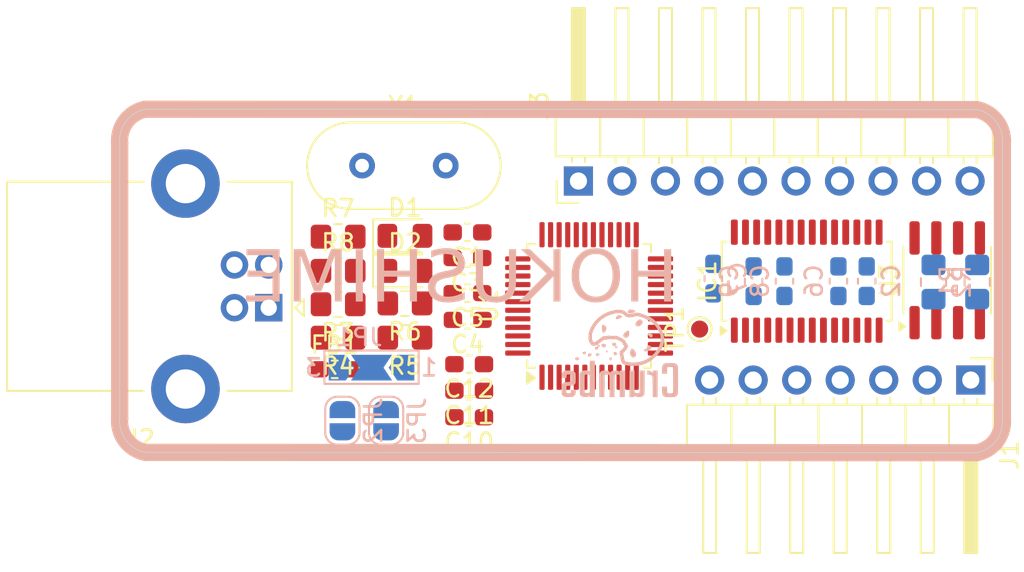
<source format=kicad_pcb>
(kicad_pcb (version 20240108) (generator "pcbnew") (generator_version "8.0")
  (layers (0 "F.Cu" signal) (31 "B.Cu" signal) (34 "B.Paste" user) (35 "F.Paste" user) (36 "B.SilkS" user "B.Silkscreen") (37 "F.SilkS" user "F.Silkscreen") (38 "B.Mask" user) (39 "F.Mask" user) (44 "Edge.Cuts" user))
  (net 0 "")
  (net 1 "GND")
  (net 2 "Net-(U1-XTIN)")
  (net 3 "Net-(IC1-C1-)")
  (net 4 "Net-(IC1-C1+)")
  (net 5 "Net-(U1-XTOUT)")
  (net 7 "Net-(U1-AVCC)")
  (net 8 "Net-(U1-3V3OUT)")
  (net 9 "+5V")
  (net 10 "Net-(IC1-V+)")
  (net 11 "Net-(IC1-C2-)")
  (net 12 "Net-(IC1-C2+)")
  (net 13 "Net-(IC1-V-)")
  (net 14 "Net-(D1-K)")
  (net 15 "Net-(D2-K)")
  (net 16 "VBUS")
  (net 17 "/RXD")
  (net 18 "/~{DTR}")
  (net 19 "/CONN2_CTS")
  (net 20 "/CONN2_RI")
  (net 21 "/CONN2_RTS")
  (net 22 "/~{RI}")
  (net 24 "/~{DCD}")
  (net 25 "/CONN2_DCD")
  (net 26 "/CONN2_DTR")
  (net 27 "/CONN2_TXD")
  (net 28 "/CONN2_RXD")
  (net 29 "/~{DSR}")
  (net 30 "/~{SLEEP}")
  (net 31 "/TXD")
  (net 32 "/~{CTS}")
  (net 33 "/CONN2_DSR")
  (net 34 "/~{RTS}")
  (net 35 "Net-(IC1-~{STATUS})")
  (net 37 "Net-(J1-Pin_7)")
  (net 38 "/USBD-")
  (net 39 "/USBD+")
  (net 40 "/CONN2_SHIELD")
  (net 41 "/CONN2_GND")
  (net 42 "Net-(JP1-C)")
  (net 43 "/93C66_DO")
  (net 44 "/93C66_DI")
  (net 45 "Net-(U1-USBDM)")
  (net 46 "Net-(U1-USBDP)")
  (net 47 "Net-(U1-~{RSTOUT})")
  (net 48 "Net-(U1-~{TXLED})")
  (net 49 "Net-(U1-~{RXLED})")
  (net 50 "/93C66_SCLK")
  (net 51 "/93C66_CS")
  (footprint "LED_SMD:LED_0805_2012Metric_Pad1.15x1.40mm_HandSolder" (layer "F.Cu") (at 125.15 89.4)
    (property "Reference" "D2" (at 0 -1.649998 0) (layer "F.SilkS"))
    (property "Value" "RX")
    (pad "1" smd roundrect (at -1.024998 -0.000001) (size 1.15 1.4) (layers "F.Cu" "F.Paste" "F.Mask") (roundrect_rratio 0.217391) (net 15 "Net-(D2-K)"))
    (pad "2" smd roundrect (at 1.024998 0.000001) (size 1.15 1.4) (layers "F.Cu" "F.Paste" "F.Mask") (roundrect_rratio 0.217391) (net 9 "+5V"))
  )
  (footprint "Connector_USB:USB_B_Lumberg_2411_02_Horizontal" (layer "F.Cu") (at 117.2 91.55 180)
    (property "Reference" "J2" (at 7.5 -7.65 180) (layer "F.SilkS"))
    (property "Value" "USB_B")
    (pad "1" thru_hole rect (at 0 0 270) (size 1.6 1.6) (drill 0.95) (layers "*.Cu" "*.Mask") (net 16 "VBUS"))
    (pad "2" thru_hole circle (at 0 2.5 270) (size 1.6 1.6) (drill 0.95) (layers "*.Cu" "*.Mask") (net 38 "/USBD-"))
    (pad "3" thru_hole circle (at 2 2.5 270) (size 1.6 1.6) (drill 0.95) (layers "*.Cu" "*.Mask") (net 39 "/USBD+"))
    (pad "4" thru_hole circle (at 2 0 270) (size 1.6 1.6) (drill 0.95) (layers "*.Cu" "*.Mask") (net 1 "GND"))
    (pad "5" thru_hole circle (at 4.86 -4.75 270) (size 4 4) (drill 2.3) (layers "*.Cu" "*.Mask") (net 1 "GND"))
    (pad "5" thru_hole circle (at 4.86 7.25 270) (size 4 4) (drill 2.3) (layers "*.Cu" "*.Mask") (net 1 "GND"))
  )
  (footprint "Resistor_SMD:R_0805_2012Metric_Pad1.20x1.40mm_HandSolder" (layer "F.Cu") (at 125.15 93.3 180)
    (property "Reference" "R5" (at 0 -1.649998 180) (layer "F.SilkS"))
    (property "Value" "470")
    (pad "1" smd roundrect (at -1 0 180) (size 1.2 1.4) (layers "F.Cu" "F.Paste" "F.Mask") (roundrect_rratio 0.208333) (net 7 "Net-(U1-AVCC)"))
    (pad "2" smd roundrect (at 1 0 180) (size 1.2 1.4) (layers "F.Cu" "F.Paste" "F.Mask") (roundrect_rratio 0.208333) (net 9 "+5V"))
  )
  (footprint "Crystal:Crystal_HC49-U_Vertical" (layer "F.Cu") (at 122.65 83.25)
    (property "Reference" "Y1" (at 2.44 -3.525 0) (layer "F.SilkS"))
    (property "Value" "6Mhz")
    (pad "1" thru_hole circle (at 0 0) (size 1.5 1.5) (drill 0.8) (layers "*.Cu" "*.Mask") (net 5 "Net-(U1-XTOUT)"))
    (pad "2" thru_hole circle (at 4.88 0) (size 1.5 1.5) (drill 0.8) (layers "*.Cu" "*.Mask") (net 2 "Net-(U1-XTIN)"))
  )
  (footprint "Connector_PinHeader_2.54mm:PinHeader_1x10_P2.54mm_Horizontal" (layer "F.Cu") (at 135.275 84.15 90)
    (property "Reference" "J3" (at 4.385 -2.270001 -90) (layer "F.SilkS"))
    (property "Value" "Conn2")
    (pad "1" thru_hole rect (at 0 0 90) (size 1.7 1.7) (drill 1) (layers "*.Cu" "*.Mask") (net 26 "/CONN2_DTR"))
    (pad "2" thru_hole oval (at -0.000001 2.540001 90) (size 1.7 1.7) (drill 1) (layers "*.Cu" "*.Mask") (net 27 "/CONN2_TXD"))
    (pad "3" thru_hole oval (at 0 5.08 90) (size 1.7 1.7) (drill 1) (layers "*.Cu" "*.Mask") (net 28 "/CONN2_RXD"))
    (pad "4" thru_hole oval (at 0 7.62 90) (size 1.7 1.7) (drill 1) (layers "*.Cu" "*.Mask") (net 33 "/CONN2_DSR"))
    (pad "5" thru_hole oval (at -0.000001 10.159999 90) (size 1.7 1.7) (drill 1) (layers "*.Cu" "*.Mask") (net 41 "/CONN2_GND"))
    (pad "6" thru_hole oval (at 0 12.699999 90) (size 1.7 1.7) (drill 1) (layers "*.Cu" "*.Mask") (net 25 "/CONN2_DCD"))
    (pad "7" thru_hole oval (at 0 15.24 90) (size 1.7 1.7) (drill 1) (layers "*.Cu" "*.Mask") (net 19 "/CONN2_CTS"))
    (pad "8" thru_hole oval (at 0 17.78 90) (size 1.7 1.7) (drill 1) (layers "*.Cu" "*.Mask") (net 21 "/CONN2_RTS"))
    (pad "9" thru_hole oval (at 0 20.32 90) (size 1.7 1.7) (drill 1) (layers "*.Cu" "*.Mask") (net 20 "/CONN2_RI"))
    (pad "10" thru_hole oval (at 0 22.859999 90) (size 1.7 1.7) (drill 1) (layers "*.Cu" "*.Mask") (net 40 "/CONN2_SHIELD"))
  )
  (footprint "Capacitor_SMD:C_0603_1608Metric_Pad1.08x0.95mm_HandSolder" (layer "F.Cu") (at 128.9 97.950001 180)
    (property "Reference" "C10" (at 0 -1.429998 180) (layer "F.SilkS"))
    (property "Value" "0.1uF")
    (pad "1" smd roundrect (at -0.8625 0 180) (size 1.075 0.95) (layers "F.Cu" "F.Paste" "F.Mask") (net 1 "GND"))
    (pad "2" smd roundrect (at 0.8625 0 180) (size 1.075 0.95) (layers "F.Cu" "F.Paste" "F.Mask") (net 9 "+5V"))
  )
  (footprint "Package_SO:TSSOP-28_4.4x9.7mm_P0.65mm" (layer "F.Cu") (at 148.6 90 90)
    (property "Reference" "IC1" (at 0 -5.8 -90) (layer "F.SilkS"))
    (property "Value" "SP3243EC/EB")
    (pad "1" smd roundrect (at -2.862501 -4.225 90) (size 1.475 0.4) (layers "F.Cu" "F.Paste" "F.Mask") (net 12 "Net-(IC1-C2+)"))
    (pad "2" smd roundrect (at -2.8625 -3.575 90) (size 1.475 0.4) (layers "F.Cu" "F.Paste" "F.Mask") (net 11 "Net-(IC1-C2-)"))
    (pad "3" smd roundrect (at -2.8625 -2.925 90) (size 1.475 0.4) (layers "F.Cu" "F.Paste" "F.Mask") (net 13 "Net-(IC1-V-)"))
    (pad "4" smd roundrect (at -2.8625 -2.275 90) (size 1.475 0.4) (layers "F.Cu" "F.Paste" "F.Mask") (net 28 "/CONN2_RXD"))
    (pad "5" smd roundrect (at -2.8625 -1.625 90) (size 1.475 0.4) (layers "F.Cu" "F.Paste" "F.Mask") (net 19 "/CONN2_CTS"))
    (pad "6" smd roundrect (at -2.862499 -0.975 90) (size 1.475 0.4) (layers "F.Cu" "F.Paste" "F.Mask") (net 33 "/CONN2_DSR"))
    (pad "7" smd roundrect (at -2.862499 -0.324999 90) (size 1.475 0.4) (layers "F.Cu" "F.Paste" "F.Mask") (net 25 "/CONN2_DCD"))
    (pad "8" smd roundrect (at -2.862499 0.324999 90) (size 1.475 0.4) (layers "F.Cu" "F.Paste" "F.Mask") (net 20 "/CONN2_RI"))
    (pad "9" smd roundrect (at -2.8625 0.975 90) (size 1.475 0.4) (layers "F.Cu" "F.Paste" "F.Mask") (net 27 "/CONN2_TXD"))
    (pad "10" smd roundrect (at -2.8625 1.624999 90) (size 1.475 0.4) (layers "F.Cu" "F.Paste" "F.Mask") (net 21 "/CONN2_RTS"))
    (pad "11" smd roundrect (at -2.862499 2.275001 90) (size 1.475 0.4) (layers "F.Cu" "F.Paste" "F.Mask") (net 26 "/CONN2_DTR"))
    (pad "12" smd roundrect (at -2.862504 2.924999 90) (size 1.475 0.4) (layers "F.Cu" "F.Paste" "F.Mask") (net 18 "/~{DTR}"))
    (pad "13" smd roundrect (at -2.8625 3.575 90) (size 1.475 0.4) (layers "F.Cu" "F.Paste" "F.Mask") (net 34 "/~{RTS}"))
    (pad "14" smd roundrect (at -2.8625 4.225 90) (size 1.475 0.4) (layers "F.Cu" "F.Paste" "F.Mask") (net 31 "/TXD"))
    (pad "15" smd roundrect (at 2.862501 4.225 90) (size 1.475 0.4) (layers "F.Cu" "F.Paste" "F.Mask") (net 22 "/~{RI}"))
    (pad "16" smd roundrect (at 2.8625 3.575 90) (size 1.475 0.4) (layers "F.Cu" "F.Paste" "F.Mask") (net 24 "/~{DCD}"))
    (pad "17" smd roundrect (at 2.8625 2.925 90) (size 1.475 0.4) (layers "F.Cu" "F.Paste" "F.Mask") (net 29 "/~{DSR}"))
    (pad "18" smd roundrect (at 2.8625 2.275 90) (size 1.475 0.4) (layers "F.Cu" "F.Paste" "F.Mask") (net 32 "/~{CTS}"))
    (pad "19" smd roundrect (at 2.8625 1.625 90) (size 1.475 0.4) (layers "F.Cu" "F.Paste" "F.Mask") (net 17 "/RXD"))
    (pad "20" smd roundrect (at 2.862499 0.975 90) (size 1.475 0.4) (layers "F.Cu" "F.Paste" "F.Mask"))
    (pad "21" smd roundrect (at 2.862499 0.324999 90) (size 1.475 0.4) (layers "F.Cu" "F.Paste" "F.Mask") (net 35 "Net-(IC1-~{STATUS})"))
    (pad "22" smd roundrect (at 2.862499 -0.324999 90) (size 1.475 0.4) (layers "F.Cu" "F.Paste" "F.Mask") (net 30 "/~{SLEEP}"))
    (pad "23" smd roundrect (at 2.8625 -0.975 90) (size 1.475 0.4) (layers "F.Cu" "F.Paste" "F.Mask") (net 1 "GND"))
    (pad "24" smd roundrect (at 2.8625 -1.624999 90) (size 1.475 0.4) (layers "F.Cu" "F.Paste" "F.Mask") (net 3 "Net-(IC1-C1-)"))
    (pad "25" smd roundrect (at 2.862499 -2.275001 90) (size 1.475 0.4) (layers "F.Cu" "F.Paste" "F.Mask") (net 1 "GND"))
    (pad "26" smd roundrect (at 2.862504 -2.924999 90) (size 1.475 0.4) (layers "F.Cu" "F.Paste" "F.Mask") (net 9 "+5V"))
    (pad "27" smd roundrect (at 2.8625 -3.575 90) (size 1.475 0.4) (layers "F.Cu" "F.Paste" "F.Mask") (net 10 "Net-(IC1-V+)"))
    (pad "28" smd roundrect (at 2.8625 -4.225 90) (size 1.475 0.4) (layers "F.Cu" "F.Paste" "F.Mask") (net 4 "Net-(IC1-C1+)"))
  )
  (footprint "Resistor_SMD:R_0805_2012Metric_Pad1.20x1.40mm_HandSolder" (layer "F.Cu") (at 121.25 89.4)
    (property "Reference" "R8" (at 0 -1.649998 0) (layer "F.SilkS"))
    (property "Value" "220")
    (pad "1" smd roundrect (at -1 0) (size 1.2 1.4) (layers "F.Cu" "F.Paste" "F.Mask") (roundrect_rratio 0.208333) (net 15 "Net-(D2-K)"))
    (pad "2" smd roundrect (at 1 0) (size 1.2 1.4) (layers "F.Cu" "F.Paste" "F.Mask") (roundrect_rratio 0.208333) (net 49 "Net-(U1-~{RXLED})"))
  )
  (footprint "Capacitor_SMD:C_0603_1608Metric_Pad1.08x0.95mm_HandSolder" (layer "F.Cu") (at 128.9 96.4 180)
    (property "Reference" "C11" (at 0 -1.429998 180) (layer "F.SilkS"))
    (property "Value" "10uF")
    (pad "1" smd roundrect (at -0.8625 0 180) (size 1.075 0.95) (layers "F.Cu" "F.Paste" "F.Mask") (net 9 "+5V"))
    (pad "2" smd roundrect (at 0.8625 0 180) (size 1.075 0.95) (layers "F.Cu" "F.Paste" "F.Mask") (net 1 "GND"))
  )
  (footprint "Resistor_SMD:R_0805_2012Metric_Pad1.20x1.40mm_HandSolder" (layer "F.Cu") (at 121.25 91.35 180)
    (property "Reference" "R3" (at 0 -1.649998 180) (layer "F.SilkS"))
    (property "Value" "27")
    (pad "1" smd roundrect (at -1 0 180) (size 1.2 1.4) (layers "F.Cu" "F.Paste" "F.Mask") (roundrect_rratio 0.208333) (net 45 "Net-(U1-USBDM)"))
    (pad "2" smd roundrect (at 1 0 180) (size 1.2 1.4) (layers "F.Cu" "F.Paste" "F.Mask") (roundrect_rratio 0.208333) (net 38 "/USBD-"))
  )
  (footprint "Capacitor_SMD:C_0603_1608Metric_Pad1.08x0.95mm_HandSolder" (layer "F.Cu") (at 128.8125 92.260001 180)
    (property "Reference" "C4" (at 0 -1.429998 180) (layer "F.SilkS"))
    (property "Value" "0.1uF")
    (pad "1" smd roundrect (at -0.8625 0 180) (size 1.075 0.95) (layers "F.Cu" "F.Paste" "F.Mask") (net 1 "GND"))
    (pad "2" smd roundrect (at 0.8625 0 180) (size 1.075 0.95) (layers "F.Cu" "F.Paste" "F.Mask") (net 7 "Net-(U1-AVCC)"))
  )
  (footprint "Package_SO:SOIC-8_3.9x4.9mm_P1.27mm" (layer "F.Cu") (at 156.8 89.95 90)
    (property "Reference" "U3" (at 0 -3.399999 -90) (layer "F.SilkS"))
    (property "Value" "93CxxC")
    (pad "1" smd roundrect (at -2.474999 -1.905001 90) (size 1.95 0.6) (layers "F.Cu" "F.Paste" "F.Mask") (net 51 "/93C66_CS"))
    (pad "2" smd roundrect (at -2.475 -0.635 90) (size 1.95 0.6) (layers "F.Cu" "F.Paste" "F.Mask") (net 50 "/93C66_SCLK"))
    (pad "3" smd roundrect (at -2.475 0.635 90) (size 1.95 0.6) (layers "F.Cu" "F.Paste" "F.Mask") (net 44 "/93C66_DI"))
    (pad "4" smd roundrect (at -2.475 1.905 90) (size 1.95 0.6) (layers "F.Cu" "F.Paste" "F.Mask") (net 43 "/93C66_DO"))
    (pad "5" smd roundrect (at 2.474999 1.905001 90) (size 1.95 0.6) (layers "F.Cu" "F.Paste" "F.Mask") (net 1 "GND"))
    (pad "6" smd roundrect (at 2.475 0.635 90) (size 1.95 0.6) (layers "F.Cu" "F.Paste" "F.Mask") (net 9 "+5V"))
    (pad "7" smd roundrect (at 2.475 -0.635 90) (size 1.95 0.6) (layers "F.Cu" "F.Paste" "F.Mask"))
    (pad "8" smd roundrect (at 2.475 -1.905 90) (size 1.95 0.6) (layers "F.Cu" "F.Paste" "F.Mask") (net 9 "+5V"))
  )
  (footprint "Capacitor_SMD:C_0603_1608Metric_Pad1.08x0.95mm_HandSolder" (layer "F.Cu") (at 128.8 90.7 180)
    (property "Reference" "C5" (at 0 -1.429998 180) (layer "F.SilkS"))
    (property "Value" "33nF")
    (pad "1" smd roundrect (at -0.8625 0 180) (size 1.075 0.95) (layers "F.Cu" "F.Paste" "F.Mask") (net 1 "GND"))
    (pad "2" smd roundrect (at 0.8625 0 180) (size 1.075 0.95) (layers "F.Cu" "F.Paste" "F.Mask") (net 8 "Net-(U1-3V3OUT)"))
  )
  (footprint "Inductor_SMD:L_0603_1608Metric_Pad1.05x0.95mm_HandSolder" (layer "F.Cu") (at 121.05 95.15)
    (property "Reference" "FB1" (at 0 -1.43 0) (layer "F.SilkS"))
    (property "Value" "40 Ohms @100 MHz ")
    (pad "1" smd roundrect (at -0.875 0) (size 1.05 0.95) (layers "F.Cu" "F.Paste" "F.Mask") (net 16 "VBUS"))
    (pad "2" smd roundrect (at 0.875 0) (size 1.05 0.95) (layers "F.Cu" "F.Paste" "F.Mask") (net 9 "+5V"))
  )
  (footprint "Resistor_SMD:R_0805_2012Metric_Pad1.20x1.40mm_HandSolder" (layer "F.Cu") (at 125.15 91.300001 180)
    (property "Reference" "R6" (at 0 -1.649998 180) (layer "F.SilkS"))
    (property "Value" "1K5")
    (pad "1" smd roundrect (at -1 0 180) (size 1.2 1.4) (layers "F.Cu" "F.Paste" "F.Mask") (roundrect_rratio 0.208333) (net 47 "Net-(U1-~{RSTOUT})"))
    (pad "2" smd roundrect (at 1 0 180) (size 1.2 1.4) (layers "F.Cu" "F.Paste" "F.Mask") (roundrect_rratio 0.208333) (net 46 "Net-(U1-USBDP)"))
  )
  (footprint "Resistor_SMD:R_0805_2012Metric_Pad1.20x1.40mm_HandSolder" (layer "F.Cu") (at 121.25 93.3 180)
    (property "Reference" "R4" (at 0 -1.649998 180) (layer "F.SilkS"))
    (property "Value" "27")
    (pad "1" smd roundrect (at -1 0 180) (size 1.2 1.4) (layers "F.Cu" "F.Paste" "F.Mask") (roundrect_rratio 0.208333) (net 46 "Net-(U1-USBDP)"))
    (pad "2" smd roundrect (at 1 0 180) (size 1.2 1.4) (layers "F.Cu" "F.Paste" "F.Mask") (roundrect_rratio 0.208333) (net 39 "/USBD+"))
  )
  (footprint "Capacitor_SMD:C_0603_1608Metric_Pad1.08x0.95mm_HandSolder" (layer "F.Cu") (at 128.900002 94.85 180)
    (property "Reference" "C12" (at 0 -1.429998 180) (layer "F.SilkS"))
    (property "Value" "0.1uF")
    (pad "1" smd roundrect (at -0.8625 0 180) (size 1.075 0.95) (layers "F.Cu" "F.Paste" "F.Mask") (net 1 "GND"))
    (pad "2" smd roundrect (at 0.8625 0 180) (size 1.075 0.95) (layers "F.Cu" "F.Paste" "F.Mask") (net 9 "+5V"))
  )
  (footprint "Capacitor_SMD:C_0603_1608Metric_Pad1.08x0.95mm_HandSolder" (layer "F.Cu") (at 128.8 87.15 180)
    (property "Reference" "C1" (at 0 -1.429998 180) (layer "F.SilkS"))
    (property "Value" "27pF")
    (pad "1" smd roundrect (at -0.8625 0 180) (size 1.075 0.95) (layers "F.Cu" "F.Paste" "F.Mask") (net 2 "Net-(U1-XTIN)"))
    (pad "2" smd roundrect (at 0.8625 0 180) (size 1.075 0.95) (layers "F.Cu" "F.Paste" "F.Mask") (net 1 "GND"))
  )
  (footprint "LED_SMD:LED_0805_2012Metric_Pad1.15x1.40mm_HandSolder" (layer "F.Cu") (at 125.15 87.35)
    (property "Reference" "D1" (at 0 -1.649998 0) (layer "F.SilkS"))
    (property "Value" "TX")
    (pad "1" smd roundrect (at -1.024998 -0.000001) (size 1.15 1.4) (layers "F.Cu" "F.Paste" "F.Mask") (roundrect_rratio 0.217391) (net 14 "Net-(D1-K)"))
    (pad "2" smd roundrect (at 1.024998 0.000001) (size 1.15 1.4) (layers "F.Cu" "F.Paste" "F.Mask") (roundrect_rratio 0.217391) (net 9 "+5V"))
  )
  (footprint "Package_QFP:LQFP-48_7x7mm_P0.5mm" (layer "F.Cu") (at 135.9 91.45 90)
    (property "Reference" "U1" (at 0 -5.85 270) (layer "F.SilkS"))
    (property "Value" "FT232BM/BL ")
    (pad "1" smd roundrect (at -4.1625 -2.75 90) (size 1.475 0.3) (layers "F.Cu" "F.Paste" "F.Mask") (net 50 "/93C66_SCLK"))
    (pad "2" smd roundrect (at -4.1625 -2.249999 90) (size 1.475 0.3) (layers "F.Cu" "F.Paste" "F.Mask") (net 44 "/93C66_DI"))
    (pad "3" smd roundrect (at -4.162502 -1.749997 90) (size 1.475 0.3) (layers "F.Cu" "F.Paste" "F.Mask") (net 9 "+5V"))
    (pad "4" smd roundrect (at -4.162498 -1.250002 90) (size 1.475 0.3) (layers "F.Cu" "F.Paste" "F.Mask") (net 9 "+5V"))
    (pad "5" smd roundrect (at -4.1625 -0.75 90) (size 1.475 0.3) (layers "F.Cu" "F.Paste" "F.Mask") (net 47 "Net-(U1-~{RSTOUT})"))
    (pad "6" smd roundrect (at -4.162501 -0.249999 90) (size 1.475 0.3) (layers "F.Cu" "F.Paste" "F.Mask") (net 8 "Net-(U1-3V3OUT)"))
    (pad "7" smd roundrect (at -4.162499 0.25 90) (size 1.475 0.3) (layers "F.Cu" "F.Paste" "F.Mask") (net 46 "Net-(U1-USBDP)"))
    (pad "8" smd roundrect (at -4.1625 0.75 90) (size 1.475 0.3) (layers "F.Cu" "F.Paste" "F.Mask") (net 45 "Net-(U1-USBDM)"))
    (pad "9" smd roundrect (at -4.162498 1.25 90) (size 1.475 0.3) (layers "F.Cu" "F.Paste" "F.Mask") (net 1 "GND"))
    (pad "10" smd roundrect (at -4.1625 1.749999 90) (size 1.475 0.3) (layers "F.Cu" "F.Paste" "F.Mask") (net 30 "/~{SLEEP}"))
    (pad "11" smd roundrect (at -4.162498 2.25 90) (size 1.475 0.3) (layers "F.Cu" "F.Paste" "F.Mask") (net 49 "Net-(U1-~{RXLED})"))
    (pad "12" smd roundrect (at -4.162502 2.749999 90) (size 1.475 0.3) (layers "F.Cu" "F.Paste" "F.Mask") (net 48 "Net-(U1-~{TXLED})"))
    (pad "13" smd roundrect (at -2.75 4.1625 90) (size 0.3 1.475) (layers "F.Cu" "F.Paste" "F.Mask") (net 9 "+5V"))
    (pad "14" smd roundrect (at -2.249999 4.1625 90) (size 0.3 1.475) (layers "F.Cu" "F.Paste" "F.Mask") (net 1 "GND"))
    (pad "15" smd roundrect (at -1.749997 4.162502 90) (size 0.3 1.475) (layers "F.Cu" "F.Paste" "F.Mask"))
    (pad "16" smd roundrect (at -1.250002 4.162498 90) (size 0.3 1.475) (layers "F.Cu" "F.Paste" "F.Mask"))
    (pad "17" smd roundrect (at -0.75 4.1625 90) (size 0.3 1.475) (layers "F.Cu" "F.Paste" "F.Mask") (net 1 "GND"))
    (pad "18" smd roundrect (at -0.249999 4.162501 90) (size 0.3 1.475) (layers "F.Cu" "F.Paste" "F.Mask") (net 22 "/~{RI}"))
    (pad "19" smd roundrect (at 0.25 4.162499 90) (size 0.3 1.475) (layers "F.Cu" "F.Paste" "F.Mask") (net 24 "/~{DCD}"))
    (pad "20" smd roundrect (at 0.75 4.1625 90) (size 0.3 1.475) (layers "F.Cu" "F.Paste" "F.Mask") (net 29 "/~{DSR}"))
    (pad "21" smd roundrect (at 1.25 4.162498 90) (size 0.3 1.475) (layers "F.Cu" "F.Paste" "F.Mask") (net 18 "/~{DTR}"))
    (pad "22" smd roundrect (at 1.749999 4.1625 90) (size 0.3 1.475) (layers "F.Cu" "F.Paste" "F.Mask") (net 32 "/~{CTS}"))
    (pad "23" smd roundrect (at 2.25 4.162498 90) (size 0.3 1.475) (layers "F.Cu" "F.Paste" "F.Mask") (net 34 "/~{RTS}"))
    (pad "24" smd roundrect (at 2.749999 4.162502 90) (size 0.3 1.475) (layers "F.Cu" "F.Paste" "F.Mask") (net 17 "/RXD"))
    (pad "25" smd roundrect (at 4.1625 2.75 90) (size 1.475 0.3) (layers "F.Cu" "F.Paste" "F.Mask") (net 31 "/TXD"))
    (pad "26" smd roundrect (at 4.1625 2.249999 90) (size 1.475 0.3) (layers "F.Cu" "F.Paste" "F.Mask") (net 9 "+5V"))
    (pad "27" smd roundrect (at 4.162502 1.749997 90) (size 1.475 0.3) (layers "F.Cu" "F.Paste" "F.Mask") (net 2 "Net-(U1-XTIN)"))
    (pad "28" smd roundrect (at 4.162498 1.250002 90) (size 1.475 0.3) (layers "F.Cu" "F.Paste" "F.Mask") (net 5 "Net-(U1-XTOUT)"))
    (pad "29" smd roundrect (at 4.1625 0.75 90) (size 1.475 0.3) (layers "F.Cu" "F.Paste" "F.Mask") (net 1 "GND"))
    (pad "30" smd roundrect (at 4.162501 0.249999 90) (size 1.475 0.3) (layers "F.Cu" "F.Paste" "F.Mask") (net 7 "Net-(U1-AVCC)"))
    (pad "31" smd roundrect (at 4.162499 -0.25 90) (size 1.475 0.3) (layers "F.Cu" "F.Paste" "F.Mask") (net 42 "Net-(JP1-C)"))
    (pad "32" smd roundrect (at 4.1625 -0.75 90) (size 1.475 0.3) (layers "F.Cu" "F.Paste" "F.Mask") (net 51 "/93C66_CS"))
    (pad "33" smd roundrect (at 4.162498 -1.25 90) (size 1.475 0.3) (layers "F.Cu" "F.Paste" "F.Mask"))
    (pad "34" smd roundrect (at 4.1625 -1.749999 90) (size 1.475 0.3) (layers "F.Cu" "F.Paste" "F.Mask"))
    (pad "35" smd roundrect (at 4.162498 -2.25 90) (size 1.475 0.3) (layers "F.Cu" "F.Paste" "F.Mask"))
    (pad "36" smd roundrect (at 4.162502 -2.749999 90) (size 1.475 0.3) (layers "F.Cu" "F.Paste" "F.Mask"))
    (pad "37" smd roundrect (at 2.75 -4.1625 90) (size 0.3 1.475) (layers "F.Cu" "F.Paste" "F.Mask"))
    (pad "38" smd roundrect (at 2.249999 -4.1625 90) (size 0.3 1.475) (layers "F.Cu" "F.Paste" "F.Mask"))
    (pad "39" smd roundrect (at 1.749997 -4.162502 90) (size 0.3 1.475) (layers "F.Cu" "F.Paste" "F.Mask"))
    (pad "40" smd roundrect (at 1.250002 -4.162498 90) (size 0.3 1.475) (layers "F.Cu" "F.Paste" "F.Mask"))
    (pad "41" smd roundrect (at 0.75 -4.1625 90) (size 0.3 1.475) (layers "F.Cu" "F.Paste" "F.Mask"))
    (pad "42" smd roundrect (at 0.249999 -4.162501 90) (size 0.3 1.475) (layers "F.Cu" "F.Paste" "F.Mask"))
    (pad "43" smd roundrect (at -0.25 -4.162499 90) (size 0.3 1.475) (layers "F.Cu" "F.Paste" "F.Mask"))
    (pad "44" smd roundrect (at -0.75 -4.1625 90) (size 0.3 1.475) (layers "F.Cu" "F.Paste" "F.Mask"))
    (pad "45" smd roundrect (at -1.25 -4.162498 90) (size 0.3 1.475) (layers "F.Cu" "F.Paste" "F.Mask"))
    (pad "46" smd roundrect (at -1.749999 -4.1625 90) (size 0.3 1.475) (layers "F.Cu" "F.Paste" "F.Mask"))
    (pad "47" smd roundrect (at -2.25 -4.162498 90) (size 0.3 1.475) (layers "F.Cu" "F.Paste" "F.Mask"))
    (pad "48" smd roundrect (at -2.749999 -4.162502 90) (size 0.3 1.475) (layers "F.Cu" "F.Paste" "F.Mask"))
  )
  (footprint "TestPoint:TestPoint_Pad_D1.0mm" (layer "F.Cu") (at 142.35 92.8 90)
    (property "Reference" "TP1" (at 0 -1.448 90) (layer "F.SilkS"))
    (property "Value" "Status")
    (pad "1" smd circle (at 0 0 90) (size 1 1) (layers "F.Cu" "F.Mask") (net 35 "Net-(IC1-~{STATUS})"))
  )
  (footprint "Resistor_SMD:R_0805_2012Metric_Pad1.20x1.40mm_HandSolder" (layer "F.Cu") (at 121.25 87.4)
    (property "Reference" "R7" (at 0 -1.649998 0) (layer "F.SilkS"))
    (property "Value" "220")
    (pad "1" smd roundrect (at -1 0) (size 1.2 1.4) (layers "F.Cu" "F.Paste" "F.Mask") (roundrect_rratio 0.208333) (net 14 "Net-(D1-K)"))
    (pad "2" smd roundrect (at 1 0) (size 1.2 1.4) (layers "F.Cu" "F.Paste" "F.Mask") (roundrect_rratio 0.208333) (net 48 "Net-(U1-~{TXLED})"))
  )
  (footprint "Capacitor_SMD:C_0603_1608Metric_Pad1.08x0.95mm_HandSolder" (layer "F.Cu") (at 128.8 88.65 180)
    (property "Reference" "C3" (at 0 -1.429998 180) (layer "F.SilkS"))
    (property "Value" "27pF")
    (pad "1" smd roundrect (at -0.8625 0 180) (size 1.075 0.95) (layers "F.Cu" "F.Paste" "F.Mask") (net 5 "Net-(U1-XTOUT)"))
    (pad "2" smd roundrect (at 0.8625 0 180) (size 1.075 0.95) (layers "F.Cu" "F.Paste" "F.Mask") (net 1 "GND"))
  )
  (footprint "Connector_PinHeader_2.54mm:PinHeader_1x07_P2.54mm_Horizontal" (layer "F.Cu") (at 158.175001 95.775001 -90)
    (property "Reference" "J1" (at 4.384999 -2.270003 90) (layer "F.SilkS"))
    (property "Value" "Conn1")
    (pad "1" thru_hole rect (at 0 0 270) (size 1.7 1.7) (drill 1) (layers "*.Cu" "*.Mask") (net 39 "/USBD+"))
    (pad "2" thru_hole oval (at -0.000001 2.540004 270) (size 1.7 1.7) (drill 1) (layers "*.Cu" "*.Mask") (net 38 "/USBD-"))
    (pad "3" thru_hole oval (at 0 5.08 270) (size 1.7 1.7) (drill 1) (layers "*.Cu" "*.Mask") (net 16 "VBUS"))
    (pad "4" thru_hole oval (at 0 7.62 270) (size 1.7 1.7) (drill 1) (layers "*.Cu" "*.Mask"))
    (pad "5" thru_hole oval (at -0.000003 10.159999 270) (size 1.7 1.7) (drill 1) (layers "*.Cu" "*.Mask") (net 1 "GND"))
    (pad "6" thru_hole oval (at 0 12.699999 270) (size 1.7 1.7) (drill 1) (layers "*.Cu" "*.Mask") (net 1 "GND"))
    (pad "7" thru_hole oval (at 0 15.24 270) (size 1.7 1.7) (drill 1) (layers "*.Cu" "*.Mask") (net 37 "Net-(J1-Pin_7)"))
  )
  (footprint "Capacitor_SMD:C_0603_1608Metric_Pad1.08x0.95mm_HandSolder" (layer "B.Cu") (at 145.499999 90 -90)
    (property "Reference" "C9" (at 0.000001 1.429999 90) (layer "B.SilkS") (effects (justify mirror)))
    (property "Value" "0.22uF/16V")
    (pad "1" smd roundrect (at -0.8625 0 270) (size 1.075 0.95) (layers "B.Cu" "B.Paste" "B.Mask") (net 1 "GND"))
    (pad "2" smd roundrect (at 0.8625 0 270) (size 1.075 0.95) (layers "B.Cu" "B.Paste" "B.Mask") (net 13 "Net-(IC1-V-)"))
  )
  (footprint "Capacitor_SMD:C_0603_1608Metric_Pad1.08x0.95mm_HandSolder" (layer "B.Cu") (at 150.45 90 -90)
    (property "Reference" "C6" (at 0.000001 1.429999 90) (layer "B.SilkS") (effects (justify mirror)))
    (property "Value" "0.22uF/16V")
    (pad "1" smd roundrect (at -0.8625 0 270) (size 1.075 0.95) (layers "B.Cu" "B.Paste" "B.Mask") (net 9 "+5V"))
    (pad "2" smd roundrect (at 0.8625 0 270) (size 1.075 0.95) (layers "B.Cu" "B.Paste" "B.Mask") (net 1 "GND"))
  )
  (footprint "Resistor_SMD:R_0805_2012Metric_Pad1.20x1.40mm_HandSolder" (layer "B.Cu") (at 158.55 90.05 -90)
    (property "Reference" "R1" (at 0 1.649998 90) (layer "B.SilkS") (effects (justify mirror)))
    (property "Value" "10K")
    (pad "1" smd roundrect (at -1 0 270) (size 1.2 1.4) (layers "B.Cu" "B.Paste" "B.Mask") (roundrect_rratio 0.208333) (net 9 "+5V"))
    (pad "2" smd roundrect (at 1 0 270) (size 1.2 1.4) (layers "B.Cu" "B.Paste" "B.Mask") (roundrect_rratio 0.208333) (net 43 "/93C66_DO"))
  )
  (footprint "Resistor_SMD:R_0805_2012Metric_Pad1.20x1.40mm_HandSolder" (layer "B.Cu") (at 156 90.05 90)
    (property "Reference" "R2" (at -0.000001 1.65 -90) (layer "B.SilkS") (effects (justify mirror)))
    (property "Value" "2K2")
    (pad "1" smd roundrect (at -1 0 90) (size 1.2 1.4) (layers "B.Cu" "B.Paste" "B.Mask") (roundrect_rratio 0.208333) (net 44 "/93C66_DI"))
    (pad "2" smd roundrect (at 1 0 90) (size 1.2 1.4) (layers "B.Cu" "B.Paste" "B.Mask") (roundrect_rratio 0.208333) (net 43 "/93C66_DO"))
  )
  (footprint "Capacitor_SMD:C_0603_1608Metric_Pad1.08x0.95mm_HandSolder" (layer "B.Cu") (at 147.3 90 -90)
    (property "Reference" "C8" (at 0.000001 1.429999 90) (layer "B.SilkS") (effects (justify mirror)))
    (property "Value" "0.22uF/16V")
    (pad "1" smd roundrect (at -0.8625 0 270) (size 1.075 0.95) (layers "B.Cu" "B.Paste" "B.Mask") (net 12 "Net-(IC1-C2+)"))
    (pad "2" smd roundrect (at 0.8625 0 270) (size 1.075 0.95) (layers "B.Cu" "B.Paste" "B.Mask") (net 11 "Net-(IC1-C2-)"))
  )
  (footprint "Capacitor_SMD:C_0603_1608Metric_Pad1.08x0.95mm_HandSolder" (layer "B.Cu") (at 143.15 89.85 90)
    (property "Reference" "C7" (at -0.000001 1.429999 -90) (layer "B.SilkS") (effects (justify mirror)))
    (property "Value" "0.22uF/16V")
    (pad "1" smd roundrect (at -0.8625 0 90) (size 1.075 0.95) (layers "B.Cu" "B.Paste" "B.Mask") (net 10 "Net-(IC1-V+)"))
    (pad "2" smd roundrect (at 0.8625 0 90) (size 1.075 0.95) (layers "B.Cu" "B.Paste" "B.Mask") (net 1 "GND"))
  )
  (footprint "Jumper:SolderJumper-2_P1.3mm_Open_RoundedPad1.0x1.5mm" (layer "B.Cu") (at 121.5 98.15 90)
    (property "Reference" "JP2" (at 0 1.799999 -90) (layer "B.SilkS") (effects (justify mirror)))
    (property "Value" "CONN2_TO_GND")
    (pad "1" smd custom (at -0.65 0 90) (size 1 0.5) (layers "B.Cu" "B.Mask") (net 41 "/CONN2_GND") (options (clearance outline) (anchor rect)) (primitives (gr_circle (center 0 -0.25) (end 0.5 -0.25) (width 0) (fill yes)) (gr_circle (center 0 0.25) (end 0.5 0.25) (width 0) (fill yes)) (gr_poly (pts (xy 0.5 -0.75) (xy 0 -0.75) (xy 0 0.75) (xy 0.5 0.75)) (width 0) (fill yes))))
    (pad "2" smd custom (at 0.65 0 90) (size 1 0.5) (layers "B.Cu" "B.Mask") (net 1 "GND") (options (clearance outline) (anchor rect)) (primitives (gr_circle (center 0 -0.25) (end 0.5 -0.25) (width 0) (fill yes)) (gr_circle (center 0 0.25) (end 0.5 0.25) (width 0) (fill yes)) (gr_poly (pts (xy 0 -0.75) (xy -0.5 -0.75) (xy -0.5 0.75) (xy 0 0.75)) (width 0) (fill yes))))
  )
  (footprint "Jumper:SolderJumper-3_P2.0mm_Open_TrianglePad1.0x1.5mm_NumberLabels" (layer "B.Cu") (at 123.2 95.05 180)
    (property "Reference" "JP1" (at 0.724996 1.774999 180) (layer "B.SilkS") (effects (justify mirror)))
    (property "Value" "5V-1, Test-2, GND-3")
    (fp_text user "3" (at 3.399998 -0.000001 180) (layer "B.SilkS") (effects (justify mirror)))
    (fp_text user "1" (at -3.350002 0.000002 180) (layer "B.SilkS") (effects (justify mirror)))
    (pad "1" smd custom (at -2 0 180) (size 0.3 0.3) (layers "B.Cu" "B.Mask") (net 9 "+5V") (options (clearance outline) (anchor rect)) (primitives (gr_poly (pts (xy 1 0) (xy 0.5 -0.75) (xy -0.5 -0.75) (xy -0.5 0.75) (xy 0.5 0.75)) (width 0) (fill yes))))
    (pad "2" smd custom (at 0 0 180) (size 0.3 0.3) (layers "B.Cu") (net 42 "Net-(JP1-C)") (options (clearance outline) (anchor rect)) (primitives (gr_poly (pts (xy 0.7 0) (xy 1.2 -0.75) (xy -1.2 -0.75) (xy -0.7 0) (xy -1.2 0.75) (xy 1.2 0.75)) (width 0) (fill yes))))
    (pad "3" smd custom (at 2 0) (size 0.3 0.3) (layers "B.Cu" "B.Mask") (net 1 "GND") (options (clearance outline) (anchor rect)) (primitives (gr_poly (pts (xy 1 0) (xy 0.5 -0.75) (xy -0.5 -0.75) (xy -0.5 0.75) (xy 0.5 0.75)) (width 0) (fill yes))))
  )
  (footprint "Jumper:SolderJumper-2_P1.3mm_Open_RoundedPad1.0x1.5mm" (layer "B.Cu") (at 124.05 98.15 90)
    (property "Reference" "JP3" (at 0 1.799999 -90) (layer "B.SilkS") (effects (justify mirror)))
    (property "Value" "CONN1_SHIELD_TO_GND")
    (pad "1" smd custom (at -0.65 0 90) (size 1 0.5) (layers "B.Cu" "B.Mask") (net 1 "GND") (options (clearance outline) (anchor rect)) (primitives (gr_circle (center 0 -0.25) (end 0.5 -0.25) (width 0) (fill yes)) (gr_circle (center 0 0.25) (end 0.5 0.25) (width 0) (fill yes)) (gr_poly (pts (xy 0.5 -0.75) (xy 0 -0.75) (xy 0 0.75) (xy 0.5 0.75)) (width 0) (fill yes))))
    (pad "2" smd custom (at 0.65 0 90) (size 1 0.5) (layers "B.Cu" "B.Mask") (net 37 "Net-(J1-Pin_7)") (options (clearance outline) (anchor rect)) (primitives (gr_circle (center 0 -0.25) (end 0.5 -0.25) (width 0) (fill yes)) (gr_circle (center 0 0.25) (end 0.5 0.25) (width 0) (fill yes)) (gr_poly (pts (xy 0 -0.75) (xy -0.5 -0.75) (xy -0.5 0.75) (xy 0 0.75)) (width 0) (fill yes))))
  )
  (footprint "Capacitor_SMD:C_0603_1608Metric_Pad1.08x0.95mm_HandSolder" (layer "B.Cu") (at 152.100002 90.000002 90)
    (property "Reference" "C2" (at -0.000001 1.429999 -90) (layer "B.SilkS") (effects (justify mirror)))
    (property "Value" "0.22uF/16V")
    (pad "1" smd roundrect (at -0.8625 0 90) (size 1.075 0.95) (layers "B.Cu" "B.Paste" "B.Mask") (net 4 "Net-(IC1-C1+)"))
    (pad "2" smd roundrect (at 0.8625 0 90) (size 1.075 0.95) (layers "B.Cu" "B.Paste" "B.Mask") (net 3 "Net-(IC1-C1-)"))
  )
  (footprint "external-lib:Crumbs-Logo_Footprint_13x13" (layer "B.Cu") (at 137.9 94.05 180)
    (property "Reference" "G1" (hide yes))
    (property "Value" "LOGO" (hide yes))
  )
  (gr_arc (start 108.5 81.928052) (mid 108.871228 80.656396) (end 109.995732 79.956104) (stroke (width 1)) (layer "B.SilkS"))
  (gr_arc (start 158.52547 79.978052) (mid 159.649974 80.678344) (end 160.021202 81.95) (stroke (width 1)) (layer "B.SilkS"))
  (gr_line (start 160.021202 98.05) (end 160.021202 81.95) (stroke (width 1)) (layer "B.SilkS"))
  (gr_line (start 109.995732 100) (end 158.52547 100.021948) (stroke (width 1)) (layer "B.SilkS"))
  (gr_line (start 108.5 98.028052) (end 108.5 81.928052) (stroke (width 1)) (layer "B.SilkS"))
  (gr_line (start 109.995732 79.956104) (end 158.52547 79.978052) (stroke (width 1)) (layer "B.SilkS"))
  (gr_arc (start 160.021202 98.05) (mid 159.649987 99.321665) (end 158.52547 100.021948) (stroke (width 1)) (layer "B.SilkS"))
  (gr_arc (start 109.995732 100) (mid 108.871214 99.299718) (end 108.5 98.028052) (stroke (width 1)) (layer "B.SilkS"))
  (gr_arc (start 158.52547 79.978052) (mid 159.649975 80.678344) (end 160.021202 81.95) (stroke (width 1)) (layer "F.SilkS"))
  (gr_line (start 108.5 98.028052) (end 108.5 81.928052) (stroke (width 1)) (layer "F.SilkS"))
  (gr_arc (start 160.021202 98.05) (mid 159.649987 99.321665) (end 158.52547 100.021948) (stroke (width 1)) (layer "F.SilkS"))
  (gr_line (start 109.995732 100) (end 158.52547 100.021948) (stroke (width 1)) (layer "F.SilkS"))
  (gr_line (start 160.021202 98.05) (end 160.021202 81.95) (stroke (width 1)) (layer "F.SilkS"))
  (gr_arc (start 109.995732 100) (mid 108.871215 99.299717) (end 108.5 98.028052) (stroke (width 1)) (layer "F.SilkS"))
  (gr_arc (start 108.5 81.928052) (mid 108.871228 80.656396) (end 109.995732 79.956104) (stroke (width 1)) (layer "F.SilkS"))
  (gr_line (start 109.995732 79.956104) (end 158.52547 79.978052) (stroke (width 1)) (layer "F.SilkS"))
  (gr_line (start 158.52547 100.021948) (end 109.995732 100) (stroke (width 0.05)) (layer "Edge.Cuts"))
  (gr_line (start 109.995732 79.956104) (end 158.52547 79.978052) (stroke (width 0.05)) (layer "Edge.Cuts"))
  (gr_arc (start 160.021201 98.05) (mid 159.65 99.321675) (end 158.52547 100.021948) (stroke (width 0.05)) (layer "Edge.Cuts"))
  (gr_arc (start 109.995732 100) (mid 108.871222 99.299724) (end 108.500051 98.028056) (stroke (width 0.05)) (layer "Edge.Cuts"))
  (gr_line (start 160.021202 98.05) (end 160.021202 81.95) (stroke (width 0.05)) (layer "Edge.Cuts"))
  (gr_line (start 108.5 98.028052) (end 108.5 81.928052) (stroke (width 0.05)) (layer "Edge.Cuts"))
  (gr_arc (start 108.5 81.928052) (mid 108.871222 80.656404) (end 109.995741 79.956155) (stroke (width 0.05)) (layer "Edge.Cuts"))
  (gr_arc (start 158.525469 79.97805) (mid 159.65 80.678323) (end 160.021202 81.95) (stroke (width 0.05)) (layer "Edge.Cuts"))
  (gr_text "HOKUSHIME" (at 141.1 91.7 0) (layer "B.SilkS") (effects (font (size 3 3)) (justify left bottom mirror)))
)
</source>
